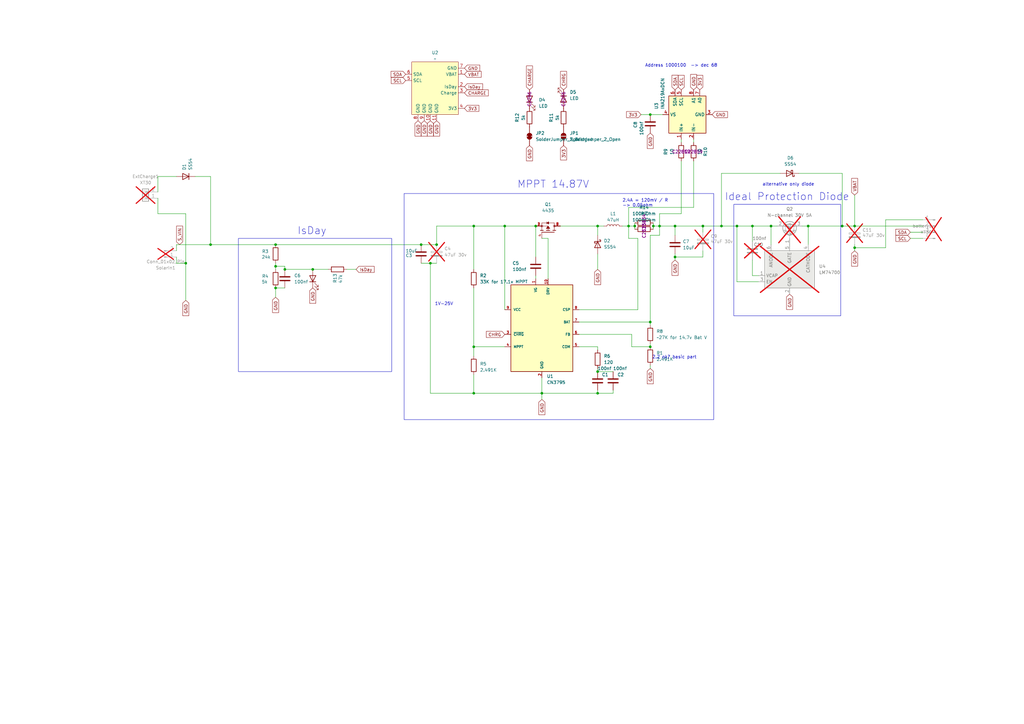
<source format=kicad_sch>
(kicad_sch (version 20250114) (generator "eeschema") (generator_version "9.0")
  (paper "A3")
  (lib_symbols
    (symbol "AO4435:AO4435" (pin_names (offset 1.016))
      (property "Reference" "Q" (at -11.43 8.89 0))
      (property "Value" "AO4435" (at -11.43 6.35 0))
      (symbol "AO4435_0_0"
        (polyline (pts (xy -2.54 2.54) (xy -2.54 -2.54)) (stroke (width 0.254)))
        (polyline (pts (xy -1.778 3.175) (xy -1.778 2.54)) (stroke (width 0.254)))
        (polyline (pts (xy -1.778 2.54) (xy -1.778 1.905)) (stroke (width 0.254)))
        (polyline (pts (xy -1.778 2.54) (xy 1.27 2.54)) (stroke (width 0.1524)))
        (polyline (pts (xy -1.778 0.762) (xy -1.778 0)) (stroke (width 0.254)))
        (polyline (pts (xy -1.778 0) (xy -1.778 -0.762)) (stroke (width 0.254)))
        (polyline (pts (xy -1.778 0) (xy 0 0)) (stroke (width 0.1524)))
        (polyline (pts (xy -1.778 -1.905) (xy -1.778 -2.54)) (stroke (width 0.254)))
        (polyline (pts (xy -1.778 -2.54) (xy -1.778 -3.175)) (stroke (width 0.254)))
        (circle (center 0 2.54) (radius 0.3592))
        (polyline (pts (xy 0 0) (xy 0 -2.54)) (stroke (width 0.1524)))
        (polyline (pts (xy 0 0) (xy -1.016 -0.762) (xy -1.016 0.762) (xy 0 0)) (stroke (width 0.1524)) (fill (type outline)))
        (polyline (pts (xy 0 -2.54) (xy -1.778 -2.54)) (stroke (width 0.1524)))
        (polyline (pts (xy 0 -2.54) (xy 1.27 -2.54)) (stroke (width 0.1524)))
        (circle (center 0 -2.54) (radius 0.3592))
        (polyline (pts (xy 0.762 -0.508) (xy 1.27 -0.508)) (stroke (width 0.1524)))
        (polyline (pts (xy 1.27 2.54) (xy 1.27 -0.508)) (stroke (width 0.1524)))
        (polyline (pts (xy 1.27 -0.508) (xy 1.27 -2.54)) (stroke (width 0.1524)))
        (polyline (pts (xy 1.27 -0.508) (xy 1.778 -0.508)) (stroke (width 0.1524)))
        (polyline (pts (xy 1.27 -0.508) (xy 1.778 0.254) (xy 0.762 0.254) (xy 1.27 -0.508)) (stroke (width 0.1524)) (fill (type outline)))
        (pin passive line (at -5.08 -2.54 0) (length 2.54) (name "~") (number "4"))
        (pin passive line (at 0 5.08 270) (length 2.54) (name "~") (number "5"))
        (pin passive line (at 0 5.08 270) (length 2.54) (name "~") (number "6"))
        (pin passive line (at 0 5.08 270) (length 2.54) (name "~") (number "7"))
        (pin passive line (at 0 5.08 270) (length 2.54) (name "~") (number "8"))
        (pin passive line (at 0 -5.08 90) (length 2.54) (name "~") (number "1"))
        (pin passive line (at 0 -5.08 90) (length 2.54) (name "~") (number "2"))
        (pin passive line (at 0 -5.08 90) (length 2.54) (name "~") (number "3"))
      )
    )
    (symbol "CN3795:CN3795" (pin_names (offset 1.016))
      (property "Reference" "U" (at 5.08 18.542 0))
      (property "Value" "CN3795" (at 5.08 -20.32 0))
      (symbol "CN3795_0_0"
        (rectangle (start -12.7 -17.78) (end 12.7 17.78) (stroke (width 0.254)) (fill (type background)))
        (pin bidirectional line (at -15.24 7.62 0) (length 2.54) (name "VCC") (number "9"))
        (pin bidirectional line (at -15.24 -2.54 0) (length 2.54) (name "~{CHRG}") (number "3"))
        (pin bidirectional line (at -15.24 -7.62 0) (length 2.54) (name "MPPT") (number "4"))
        (pin bidirectional line (at -2.54 20.32 270) (length 2.54) (name "VG") (number "1"))
        (pin bidirectional line (at 0 -20.32 90) (length 2.54) (name "GND") (number "2"))
        (pin bidirectional line (at 2.54 20.32 270) (length 2.54) (name "DRV") (number "10"))
        (pin bidirectional line (at 15.24 7.62 180) (length 2.54) (name "CSP") (number "8"))
        (pin bidirectional line (at 15.24 2.54 180) (length 2.54) (name "BAT") (number "7"))
        (pin bidirectional line (at 15.24 -2.54 180) (length 2.54) (name "FB") (number "6"))
        (pin bidirectional line (at 15.24 -7.62 180) (length 2.54) (name "COM") (number "5"))
      )
    )
    (symbol "Connector:Conn_01x02_Pin" (pin_names (offset 1.016) (hide yes))
      (property "Reference" "J" (at 0 2.54 0))
      (property "Value" "Conn_01x02_Pin" (at 0 -5.08 0))
      (symbol "Conn_01x02_Pin_1_1"
        (rectangle (start 0.8636 0.127) (end 0 -0.127) (stroke (width 0.1524)) (fill (type outline)))
        (rectangle (start 0.8636 -2.413) (end 0 -2.667) (stroke (width 0.1524)) (fill (type outline)))
        (polyline (pts (xy 1.27 0) (xy 0.8636 0)) (stroke (width 0.1524)))
        (polyline (pts (xy 1.27 -2.54) (xy 0.8636 -2.54)) (stroke (width 0.1524)))
        (pin passive line (at 5.08 0 180) (length 3.81) (name "Pin_1") (number "1"))
        (pin passive line (at 5.08 -2.54 180) (length 3.81) (name "Pin_2") (number "2"))
      )
    )
    (symbol "Connector:Conn_01x04_Pin" (pin_names (offset 1.016) (hide yes))
      (property "Reference" "J" (at 0 5.08 0))
      (property "Value" "Conn_01x04_Pin" (at 0 -7.62 0))
      (symbol "Conn_01x04_Pin_1_1"
        (rectangle (start 0.8636 2.667) (end 0 2.413) (stroke (width 0.1524)) (fill (type outline)))
        (rectangle (start 0.8636 0.127) (end 0 -0.127) (stroke (width 0.1524)) (fill (type outline)))
        (rectangle (start 0.8636 -2.413) (end 0 -2.667) (stroke (width 0.1524)) (fill (type outline)))
        (rectangle (start 0.8636 -4.953) (end 0 -5.207) (stroke (width 0.1524)) (fill (type outline)))
        (polyline (pts (xy 1.27 2.54) (xy 0.8636 2.54)) (stroke (width 0.1524)))
        (polyline (pts (xy 1.27 0) (xy 0.8636 0)) (stroke (width 0.1524)))
        (polyline (pts (xy 1.27 -2.54) (xy 0.8636 -2.54)) (stroke (width 0.1524)))
        (polyline (pts (xy 1.27 -5.08) (xy 0.8636 -5.08)) (stroke (width 0.1524)))
        (pin passive line (at 5.08 2.54 180) (length 3.81) (name "Pin_1") (number "1"))
        (pin passive line (at 5.08 0 180) (length 3.81) (name "Pin_2") (number "2"))
        (pin passive line (at 5.08 -2.54 180) (length 3.81) (name "Pin_3") (number "3"))
        (pin passive line (at 5.08 -5.08 180) (length 3.81) (name "Pin_4") (number "4"))
      )
    )
    (symbol "Connector_Generic:Conn_01x02" (pin_names (offset 1.016) (hide yes))
      (property "Reference" "J" (at 0 2.54 0))
      (property "Value" "Conn_01x02" (at 0 -5.08 0))
      (symbol "Conn_01x02_1_1"
        (rectangle (start -1.27 1.27) (end 1.27 -3.81) (stroke (width 0.254)) (fill (type background)))
        (rectangle (start -1.27 0.127) (end 0 -0.127) (stroke (width 0.1524)))
        (rectangle (start -1.27 -2.413) (end 0 -2.667) (stroke (width 0.1524)))
        (pin passive line (at -5.08 0 0) (length 3.81) (name "Pin_1") (number "1"))
        (pin passive line (at -5.08 -2.54 0) (length 3.81) (name "Pin_2") (number "2"))
      )
    )
    (symbol "Device:C" (pin_numbers (hide yes)) (pin_names (offset 0.254))
      (property "Reference" "C" (at 0.635 2.54 0))
      (property "Value" "C" (at 0.635 -2.54 0))
      (symbol "C_0_1"
        (polyline (pts (xy -2.032 0.762) (xy 2.032 0.762)) (stroke (width 0.508)))
        (polyline (pts (xy -2.032 -0.762) (xy 2.032 -0.762)) (stroke (width 0.508)))
      )
      (symbol "C_1_1"
        (pin passive line (at 0 3.81 270) (length 2.794) (name "~") (number "1"))
        (pin passive line (at 0 -3.81 90) (length 2.794) (name "~") (number "2"))
      )
    )
    (symbol "Device:C_Polarized" (pin_numbers (hide yes)) (pin_names (offset 0.254))
      (property "Reference" "C" (at 0.635 2.54 0))
      (property "Value" "C_Polarized" (at 0.635 -2.54 0))
      (symbol "C_Polarized_0_1"
        (rectangle (start -2.286 0.508) (end 2.286 1.016))
        (polyline (pts (xy -1.778 2.286) (xy -0.762 2.286)))
        (polyline (pts (xy -1.27 2.794) (xy -1.27 1.778)))
        (rectangle (start 2.286 -0.508) (end -2.286 -1.016) (fill (type outline)))
      )
      (symbol "C_Polarized_1_1"
        (pin passive line (at 0 3.81 270) (length 2.794) (name "~") (number "1"))
        (pin passive line (at 0 -3.81 90) (length 2.794) (name "~") (number "2"))
      )
    )
    (symbol "Device:D" (pin_numbers (hide yes)) (pin_names (offset 1.016) (hide yes))
      (property "Reference" "D" (at 0 2.54 0))
      (property "Value" "D" (at 0 -2.54 0))
      (symbol "D_0_1"
        (polyline (pts (xy -1.27 1.27) (xy -1.27 -1.27)) (stroke (width 0.254)))
        (polyline (pts (xy 1.27 1.27) (xy 1.27 -1.27) (xy -1.27 0) (xy 1.27 1.27)) (stroke (width 0.254)))
        (polyline (pts (xy 1.27 0) (xy -1.27 0)))
      )
      (symbol "D_1_1"
        (pin passive line (at -3.81 0 0) (length 2.54) (name "K") (number "1"))
        (pin passive line (at 3.81 0 180) (length 2.54) (name "A") (number "2"))
      )
    )
    (symbol "Device:D_Schottky" (pin_numbers (hide yes)) (pin_names (offset 1.016) (hide yes))
      (property "Reference" "D" (at 0 2.54 0))
      (property "Value" "D_Schottky" (at 0 -2.54 0))
      (symbol "D_Schottky_0_1"
        (polyline (pts (xy -1.905 0.635) (xy -1.905 1.27) (xy -1.27 1.27) (xy -1.27 -1.27) (xy -0.635 -1.27) (xy -0.635 -0.635)) (stroke (width 0.254)))
        (polyline (pts (xy 1.27 1.27) (xy 1.27 -1.27) (xy -1.27 0) (xy 1.27 1.27)) (stroke (width 0.254)))
        (polyline (pts (xy 1.27 0) (xy -1.27 0)))
      )
      (symbol "D_Schottky_1_1"
        (pin passive line (at -3.81 0 0) (length 2.54) (name "K") (number "1"))
        (pin passive line (at 3.81 0 180) (length 2.54) (name "A") (number "2"))
      )
    )
    (symbol "Device:L" (pin_numbers (hide yes)) (pin_names (offset 1.016) (hide yes))
      (property "Reference" "L" (at -1.27 0 90))
      (property "Value" "L" (at 1.905 0 90))
      (symbol "L_0_1"
        (arc (start 0 2.54) (mid 0.6323 1.905) (end 0 1.27))
        (arc (start 0 1.27) (mid 0.6323 0.635) (end 0 0))
        (arc (start 0 0) (mid 0.6323 -0.635) (end 0 -1.27))
        (arc (start 0 -1.27) (mid 0.6323 -1.905) (end 0 -2.54))
      )
      (symbol "L_1_1"
        (pin passive line (at 0 3.81 270) (length 1.27) (name "1") (number "1"))
        (pin passive line (at 0 -3.81 90) (length 1.27) (name "2") (number "2"))
      )
    )
    (symbol "Device:LED" (pin_numbers (hide yes)) (pin_names (offset 1.016) (hide yes))
      (property "Reference" "D" (at 0 2.54 0))
      (property "Value" "LED" (at 0 -2.54 0))
      (symbol "LED_0_1"
        (polyline (pts (xy -3.048 -0.762) (xy -4.572 -2.286) (xy -3.81 -2.286) (xy -4.572 -2.286) (xy -4.572 -1.524)))
        (polyline (pts (xy -1.778 -0.762) (xy -3.302 -2.286) (xy -2.54 -2.286) (xy -3.302 -2.286) (xy -3.302 -1.524)))
        (polyline (pts (xy -1.27 0) (xy 1.27 0)))
        (polyline (pts (xy -1.27 -1.27) (xy -1.27 1.27)) (stroke (width 0.254)))
        (polyline (pts (xy 1.27 -1.27) (xy 1.27 1.27) (xy -1.27 0) (xy 1.27 -1.27)) (stroke (width 0.254)))
      )
      (symbol "LED_1_1"
        (pin passive line (at -3.81 0 0) (length 2.54) (name "K") (number "1"))
        (pin passive line (at 3.81 0 180) (length 2.54) (name "A") (number "2"))
      )
    )
    (symbol "Device:R" (pin_numbers (hide yes)) (pin_names (offset 0))
      (property "Reference" "R" (at 2.032 0 90))
      (property "Value" "R" (at 0 0 90))
      (symbol "R_0_1"
        (rectangle (start -1.016 -2.54) (end 1.016 2.54) (stroke (width 0.254)))
      )
      (symbol "R_1_1"
        (pin passive line (at 0 3.81 270) (length 1.27) (name "~") (number "1"))
        (pin passive line (at 0 -3.81 90) (length 1.27) (name "~") (number "2"))
      )
    )
    (symbol "Jumper:SolderJumper_2_Bridged" (pin_numbers (hide yes)) (pin_names (offset 0) (hide yes)) (exclude_from_sim yes) (in_bom no)
      (property "Reference" "JP" (at 0 2.032 0))
      (property "Value" "SolderJumper_2_Bridged" (at 0 -2.54 0))
      (symbol "SolderJumper_2_Bridged_0_1"
        (rectangle (start -0.508 0.508) (end 0.508 -0.508) (fill (type outline)))
        (polyline (pts (xy -0.254 1.016) (xy -0.254 -1.016)))
        (arc (start -0.254 -1.016) (mid -1.2656 0) (end -0.254 1.016))
        (arc (start -0.254 -1.016) (mid -1.2656 0) (end -0.254 1.016) (fill (type outline)))
        (arc (start 0.254 1.016) (mid 1.2656 0) (end 0.254 -1.016))
        (arc (start 0.254 1.016) (mid 1.2656 0) (end 0.254 -1.016) (fill (type outline)))
        (polyline (pts (xy 0.254 1.016) (xy 0.254 -1.016)))
      )
      (symbol "SolderJumper_2_Bridged_1_1"
        (pin passive line (at -3.81 0 0) (length 2.54) (name "A") (number "1"))
        (pin passive line (at 3.81 0 180) (length 2.54) (name "B") (number "2"))
      )
    )
    (symbol "Jumper:SolderJumper_2_Open" (pin_numbers (hide yes)) (pin_names (offset 0) (hide yes)) (exclude_from_sim yes) (in_bom no)
      (property "Reference" "JP" (at 0 2.032 0))
      (property "Value" "SolderJumper_2_Open" (at 0 -2.54 0))
      (symbol "SolderJumper_2_Open_0_1"
        (polyline (pts (xy -0.254 1.016) (xy -0.254 -1.016)))
        (arc (start -0.254 -1.016) (mid -1.2656 0) (end -0.254 1.016))
        (arc (start -0.254 -1.016) (mid -1.2656 0) (end -0.254 1.016) (fill (type outline)))
        (arc (start 0.254 1.016) (mid 1.2656 0) (end 0.254 -1.016))
        (arc (start 0.254 1.016) (mid 1.2656 0) (end 0.254 -1.016) (fill (type outline)))
        (polyline (pts (xy 0.254 1.016) (xy 0.254 -1.016)))
      )
      (symbol "SolderJumper_2_Open_1_1"
        (pin passive line (at -3.81 0 0) (length 2.54) (name "A") (number "1"))
        (pin passive line (at 3.81 0 180) (length 2.54) (name "B") (number "2"))
      )
    )
    (symbol "LED_1" (pin_numbers (hide yes)) (pin_names (offset 1.016) (hide yes))
      (property "Reference" "D" (at 0 2.54 0))
      (property "Value" "LED" (at 0 -2.54 0))
      (symbol "LED_1_0_1"
        (polyline (pts (xy -3.048 -0.762) (xy -4.572 -2.286) (xy -3.81 -2.286) (xy -4.572 -2.286) (xy -4.572 -1.524)))
        (polyline (pts (xy -1.778 -0.762) (xy -3.302 -2.286) (xy -2.54 -2.286) (xy -3.302 -2.286) (xy -3.302 -1.524)))
        (polyline (pts (xy -1.27 0) (xy 1.27 0)))
        (polyline (pts (xy -1.27 -1.27) (xy -1.27 1.27)) (stroke (width 0.254)))
        (polyline (pts (xy 1.27 -1.27) (xy 1.27 1.27) (xy -1.27 0) (xy 1.27 -1.27)) (stroke (width 0.254)))
      )
      (symbol "LED_1_1_1"
        (pin passive line (at -3.81 0 0) (length 2.54) (name "K") (number "1"))
        (pin passive line (at 3.81 0 180) (length 2.54) (name "A") (number "2"))
      )
    )
    (symbol "MPPT:MPPT"
      (property "Reference" "U" (at 0 0 0))
      (symbol "MPPT_1_1"
        (rectangle (start -10.16 -1.27) (end 8.89 -22.86) (fill (type background)))
        (pin input line (at -12.7 -6.35 0) (length 2.54) (name "SDA") (number "6"))
        (pin input line (at -12.7 -8.89 0) (length 2.54) (name "SCL") (number "5"))
        (pin power_out line (at -7.62 -25.4 90) (length 2.54) (name "GND") (number "8"))
        (pin power_out line (at -5.08 -25.4 90) (length 2.54) (name "GND") (number "9"))
        (pin power_out line (at -2.54 -25.4 90) (length 2.54) (name "GND") (number "10"))
        (pin power_out line (at 0 -25.4 90) (length 2.54) (name "GND") (number "11"))
        (pin power_out line (at 11.43 -3.81 180) (length 2.54) (name "GND") (number "7"))
        (pin power_out line (at 11.43 -6.35 180) (length 2.54) (name "VBAT") (number "1"))
        (pin output line (at 11.43 -11.43 180) (length 2.54) (name "IsDay") (number "2"))
        (pin input line (at 11.43 -13.97 180) (length 2.54) (name "Charge") (number "3"))
        (pin input line (at 11.43 -20.32 180) (length 2.54) (name "3V3") (number "4"))
      )
    )
    (symbol "Power_Management:LM74700"
      (property "Reference" "U" (at -9.525 -8.89 0))
      (property "Value" "LM74700" (at 7.62 -8.89 0))
      (symbol "LM74700_0_1"
        (rectangle (start -10.16 7.62) (end 10.16 -7.62) (stroke (width 0.254)) (fill (type background)))
      )
      (symbol "LM74700_1_1"
        (pin passive line (at -12.7 -2.54 0) (length 2.54) (name "VCAP") (number "1"))
        (pin input line (at -12.7 -5.08 0) (length 2.54) (name "EN") (number "3"))
        (pin power_in line (at -7.62 10.16 270) (length 2.54) (name "ANODE") (number "6"))
        (pin output line (at 0 10.16 270) (length 2.54) (name "GATE") (number "5"))
        (pin power_in line (at 0 -10.16 90) (length 2.54) (name "GND") (number "2"))
        (pin input line (at 7.62 10.16 270) (length 2.54) (name "CATHODE") (number "4"))
      )
    )
    (symbol "SL2300:SL2300" (pin_names (offset 1.016))
      (property "Reference" "Q" (at 0 0 0))
      (property "Value" "SL2300" (at 7.62 0 0))
      (symbol "SL2300_1_1"
        (polyline (pts (xy -1.016 1.905) (xy -1.016 -1.905)) (stroke (width 0.254)))
        (polyline (pts (xy -1.016 0) (xy -3.81 0)))
        (polyline (pts (xy -0.508 2.286) (xy -0.508 1.27)) (stroke (width 0.254)))
        (polyline (pts (xy -0.508 0.508) (xy -0.508 -0.508)) (stroke (width 0.254)))
        (polyline (pts (xy -0.508 -1.27) (xy -0.508 -2.286)) (stroke (width 0.254)))
        (polyline (pts (xy -0.508 -1.778) (xy 2.032 -1.778) (xy 2.032 1.778) (xy -0.508 1.778)))
        (polyline (pts (xy -0.254 0) (xy 0.762 0.381) (xy 0.762 -0.381) (xy -0.254 0)) (fill (type outline)))
        (circle (center 0.381 0) (radius 2.794) (stroke (width 0.254)))
        (polyline (pts (xy 1.27 2.54) (xy 1.27 1.778)))
        (circle (center 1.27 1.778) (radius 0.254) (fill (type outline)))
        (circle (center 1.27 -1.778) (radius 0.254) (fill (type outline)))
        (polyline (pts (xy 1.27 -2.54) (xy 1.27 0) (xy -0.508 0)))
        (polyline (pts (xy 1.524 0.508) (xy 1.651 0.381) (xy 2.413 0.381) (xy 2.54 0.254)))
        (polyline (pts (xy 2.032 0.381) (xy 1.651 -0.254) (xy 2.413 -0.254) (xy 2.032 0.381)))
        (pin input line (at -6.35 0 0) (length 2.54) (name "G") (number "1"))
        (pin passive line (at 1.27 5.08 270) (length 2.54) (name "D") (number "3"))
        (pin passive line (at 1.27 -5.08 90) (length 2.54) (name "S") (number "2"))
      )
    )
    (symbol "Sensor_Energy:INA219AxDCN"
      (property "Reference" "U" (at -6.35 8.89 0))
      (property "Value" "INA219AxDCN" (at 6.35 8.89 0))
      (symbol "INA219AxDCN_0_1"
        (rectangle (start -7.62 7.62) (end 7.62 -7.62) (stroke (width 0.254)) (fill (type background)))
      )
      (symbol "INA219AxDCN_1_1"
        (pin input line (at -10.16 2.54 0) (length 2.54) (name "IN+") (number "1"))
        (pin input line (at -10.16 -2.54 0) (length 2.54) (name "IN-") (number "2"))
        (pin power_in line (at 0 10.16 270) (length 2.54) (name "VS") (number "4"))
        (pin power_in line (at 0 -10.16 90) (length 2.54) (name "GND") (number "3"))
        (pin bidirectional line (at 10.16 5.08 180) (length 2.54) (name "SDA") (number "6"))
        (pin input line (at 10.16 2.54 180) (length 2.54) (name "SCL") (number "5"))
        (pin input line (at 10.16 -2.54 180) (length 2.54) (name "A1") (number "8"))
        (pin input line (at 10.16 -5.08 180) (length 2.54) (name "A0") (number "7"))
      )
    )
  )
  (rectangle (start 300.99 83.82) (end 344.805 129.54))
  (rectangle (start 165.735 79.375) (end 292.735 172.085))
  (rectangle (start 97.79 97.79) (end 160.655 152.4))
  (text "alternative only diode" (at 323.342 75.692 0) (effects (font (size 1.27 1.27))))
  (text "IsDay" (at 121.92 96.52 0) (effects (font (size 3 3)) (justify left bottom)))
  (text "Ideal Protection Diode" (at 297.18 82.55 0) (effects (font (size 3 3)) (justify left bottom)))
  (text "1V-25V" (at 182.118 124.714 0) (effects (font (size 1.27 1.27))))
  (text "2.2 ok? basic part" (at 276.606 146.558 0) (effects (font (size 1.27 1.27))))
  (text "Address 1000100  -> dec 68" (at 279.4 26.924 0) (effects (font (size 1.27 1.27))))
  (text "MPPT 14.87V" (at 212.09 77.47 0) (effects (font (size 3 3)) (justify left bottom)))
  (text "2.4A = 120mV / R\n-> 0.05ohm" (at 255.27 85.09 0) (effects (font (size 1.27 1.27)) (justify left bottom)))
  (junction (at 172.72 100.33))
  (junction (at 207.01 92.71))
  (junction (at 76.2 107.95))
  (junction (at 245.11 92.71))
  (junction (at 350.52 101.6))
  (junction (at 316.23 92.71))
  (junction (at 295.91 92.71))
  (junction (at 113.03 118.11))
  (junction (at 345.44 92.71))
  (junction (at 276.86 105.41))
  (junction (at 194.31 92.71))
  (junction (at 176.53 107.95))
  (junction (at 194.31 161.29))
  (junction (at 276.86 92.71))
  (junction (at 219.71 92.71))
  (junction (at 308.61 92.71))
  (junction (at 113.03 100.33))
  (junction (at 288.29 92.71))
  (junction (at 267.97 92.71))
  (junction (at 257.81 92.71))
  (junction (at 302.26 92.71))
  (junction (at 266.7 46.99))
  (junction (at 179.07 100.33))
  (junction (at 350.52 92.71))
  (junction (at 128.27 110.49))
  (junction (at 245.11 152.4))
  (junction (at 222.25 161.29))
  (junction (at 331.47 92.71))
  (junction (at 266.7 132.08))
  (junction (at 266.7 142.24))
  (junction (at 113.03 109.22))
  (junction (at 245.11 161.29))
  (junction (at 194.31 142.24))
  (junction (at 116.84 110.49))
  (junction (at 270.51 92.71))
  (junction (at 86.36 100.33))
  (junction (at 260.35 92.71))
  (wire (pts (xy 311.15 115.57) (xy 302.26 115.57)))
  (wire (pts (xy 194.31 92.71) (xy 207.01 92.71)))
  (wire (pts (xy 64.77 78.74) (xy 64.77 72.39)))
  (wire (pts (xy 261.62 127) (xy 237.49 127)))
  (wire (pts (xy 207.01 127) (xy 207.01 92.71)))
  (wire (pts (xy 64.77 72.39) (xy 72.39 72.39)))
  (wire (pts (xy 245.11 104.14) (xy 245.11 110.49)))
  (wire (pts (xy 363.22 90.17) (xy 378.46 90.17)))
  (wire (pts (xy 64.77 81.28) (xy 64.77 87.63)))
  (wire (pts (xy 257.81 92.71) (xy 257.81 97.79)))
  (wire (pts (xy 245.11 151.13) (xy 245.11 152.4)))
  (wire (pts (xy 266.7 132.08) (xy 266.7 133.35)))
  (wire (pts (xy 262.89 46.99) (xy 266.7 46.99)))
  (wire (pts (xy 176.53 107.95) (xy 176.53 161.29)))
  (wire (pts (xy 113.03 109.22) (xy 113.03 110.49)))
  (wire (pts (xy 276.86 105.41) (xy 288.29 105.41)))
  (wire (pts (xy 257.81 85.09) (xy 284.48 85.09)))
  (wire (pts (xy 345.44 92.71) (xy 350.52 92.71)))
  (wire (pts (xy 311.15 113.03) (xy 308.61 113.03)))
  (wire (pts (xy 86.36 100.33) (xy 113.03 100.33)))
  (wire (pts (xy 295.91 92.71) (xy 302.26 92.71)))
  (wire (pts (xy 113.03 100.33) (xy 172.72 100.33)))
  (wire (pts (xy 176.53 161.29) (xy 194.31 161.29)))
  (wire (pts (xy 76.2 87.63) (xy 76.2 107.95)))
  (wire (pts (xy 373.38 95.25) (xy 378.46 95.25)))
  (wire (pts (xy 224.79 97.79) (xy 222.25 97.79)))
  (wire (pts (xy 245.11 92.71) (xy 247.65 92.71)))
  (wire (pts (xy 266.7 96.52) (xy 266.7 132.08)))
  (wire (pts (xy 327.66 71.12) (xy 345.44 71.12)))
  (wire (pts (xy 328.93 92.71) (xy 331.47 92.71)))
  (wire (pts (xy 237.49 137.16) (xy 259.08 137.16)))
  (wire (pts (xy 72.39 107.95) (xy 76.2 107.95)))
  (wire (pts (xy 194.31 161.29) (xy 222.25 161.29)))
  (wire (pts (xy 350.52 101.6) (xy 363.22 101.6)))
  (wire (pts (xy 267.97 92.71) (xy 270.51 92.71)))
  (wire (pts (xy 116.84 110.49) (xy 128.27 110.49)))
  (wire (pts (xy 255.27 92.71) (xy 257.81 92.71)))
  (wire (pts (xy 316.23 92.71) (xy 318.77 92.71)))
  (wire (pts (xy 284.48 58.42) (xy 284.48 57.15)))
  (wire (pts (xy 259.08 137.16) (xy 259.08 142.24)))
  (wire (pts (xy 194.31 153.67) (xy 194.31 161.29)))
  (wire (pts (xy 276.86 96.52) (xy 276.86 92.71)))
  (wire (pts (xy 288.29 92.71) (xy 288.29 95.25)))
  (wire (pts (xy 72.39 105.41) (xy 72.39 107.95)))
  (wire (pts (xy 267.97 93.98) (xy 267.97 92.71)))
  (wire (pts (xy 64.77 87.63) (xy 76.2 87.63)))
  (wire (pts (xy 245.11 152.4) (xy 251.46 152.4)))
  (wire (pts (xy 245.11 142.24) (xy 245.11 143.51)))
  (wire (pts (xy 260.35 92.71) (xy 260.35 93.98)))
  (wire (pts (xy 276.86 92.71) (xy 288.29 92.71)))
  (wire (pts (xy 224.79 97.79) (xy 224.79 114.3)))
  (wire (pts (xy 237.49 142.24) (xy 245.11 142.24)))
  (wire (pts (xy 172.72 100.33) (xy 179.07 100.33)))
  (wire (pts (xy 194.31 142.24) (xy 194.31 146.05)))
  (wire (pts (xy 194.31 142.24) (xy 207.01 142.24)))
  (wire (pts (xy 176.53 107.95) (xy 179.07 107.95)))
  (wire (pts (xy 350.52 101.6) (xy 350.52 100.33)))
  (wire (pts (xy 113.03 107.95) (xy 113.03 109.22)))
  (wire (pts (xy 116.84 109.22) (xy 116.84 110.49)))
  (wire (pts (xy 350.52 80.01) (xy 350.52 92.71)))
  (wire (pts (xy 373.38 97.79) (xy 378.46 97.79)))
  (wire (pts (xy 113.03 118.11) (xy 113.03 121.92)))
  (wire (pts (xy 245.11 92.71) (xy 245.11 96.52)))
  (wire (pts (xy 86.36 72.39) (xy 86.36 100.33)))
  (wire (pts (xy 288.29 102.87) (xy 288.29 105.41)))
  (wire (pts (xy 261.62 97.79) (xy 261.62 127)))
  (wire (pts (xy 279.4 58.42) (xy 279.4 57.15)))
  (wire (pts (xy 308.61 106.68) (xy 308.61 113.03)))
  (wire (pts (xy 308.61 92.71) (xy 308.61 99.06)))
  (wire (pts (xy 295.91 92.71) (xy 295.91 71.12)))
  (wire (pts (xy 350.52 102.87) (xy 350.52 101.6)))
  (wire (pts (xy 207.01 92.71) (xy 219.71 92.71)))
  (wire (pts (xy 266.7 142.24) (xy 259.08 142.24)))
  (wire (pts (xy 222.25 161.29) (xy 222.25 163.83)))
  (wire (pts (xy 76.2 107.95) (xy 76.2 123.19)))
  (wire (pts (xy 194.31 92.71) (xy 194.31 110.49)))
  (wire (pts (xy 266.7 46.99) (xy 271.78 46.99)))
  (wire (pts (xy 113.03 109.22) (xy 116.84 109.22)))
  (wire (pts (xy 363.22 101.6) (xy 363.22 90.17)))
  (wire (pts (xy 179.07 92.71) (xy 179.07 100.33)))
  (wire (pts (xy 72.39 102.87) (xy 72.39 100.33)))
  (wire (pts (xy 331.47 92.71) (xy 331.47 100.33)))
  (wire (pts (xy 80.01 72.39) (xy 86.36 72.39)))
  (wire (pts (xy 266.7 140.97) (xy 266.7 142.24)))
  (wire (pts (xy 260.35 91.44) (xy 260.35 92.71)))
  (wire (pts (xy 266.7 149.86) (xy 266.7 151.13)))
  (wire (pts (xy 142.24 110.49) (xy 146.05 110.49)))
  (wire (pts (xy 284.48 66.04) (xy 284.48 85.09)))
  (wire (pts (xy 72.39 100.33) (xy 86.36 100.33)))
  (wire (pts (xy 245.11 161.29) (xy 222.25 161.29)))
  (wire (pts (xy 316.23 92.71) (xy 316.23 100.33)))
  (wire (pts (xy 245.11 161.29) (xy 251.46 161.29)))
  (wire (pts (xy 267.97 92.71) (xy 267.97 91.44)))
  (wire (pts (xy 219.71 92.71) (xy 219.71 105.41)))
  (wire (pts (xy 302.26 115.57) (xy 302.26 92.71)))
  (wire (pts (xy 257.81 92.71) (xy 260.35 92.71)))
  (wire (pts (xy 270.51 96.52) (xy 270.51 92.71)))
  (wire (pts (xy 350.52 92.71) (xy 378.46 92.71)))
  (wire (pts (xy 288.29 92.71) (xy 295.91 92.71)))
  (wire (pts (xy 251.46 161.29) (xy 251.46 160.02)))
  (wire (pts (xy 302.26 92.71) (xy 308.61 92.71)))
  (wire (pts (xy 245.11 161.29) (xy 245.11 160.02)))
  (wire (pts (xy 270.51 92.71) (xy 276.86 92.71)))
  (wire (pts (xy 279.4 66.04) (xy 279.4 87.63)))
  (wire (pts (xy 295.91 71.12) (xy 320.04 71.12)))
  (wire (pts (xy 222.25 154.94) (xy 222.25 161.29)))
  (wire (pts (xy 270.51 87.63) (xy 270.51 92.71)))
  (wire (pts (xy 270.51 87.63) (xy 279.4 87.63)))
  (wire (pts (xy 266.7 96.52) (xy 270.51 96.52)))
  (wire (pts (xy 237.49 132.08) (xy 266.7 132.08)))
  (wire (pts (xy 276.86 105.41) (xy 276.86 106.68)))
  (wire (pts (xy 345.44 71.12) (xy 345.44 92.71)))
  (wire (pts (xy 257.81 85.09) (xy 257.81 92.71)))
  (wire (pts (xy 179.07 92.71) (xy 194.31 92.71)))
  (wire (pts (xy 276.86 104.14) (xy 276.86 105.41)))
  (wire (pts (xy 308.61 92.71) (xy 316.23 92.71)))
  (wire (pts (xy 229.87 92.71) (xy 245.11 92.71)))
  (wire (pts (xy 172.72 107.95) (xy 176.53 107.95)))
  (wire (pts (xy 331.47 92.71) (xy 345.44 92.71)))
  (wire (pts (xy 113.03 118.11) (xy 116.84 118.11)))
  (wire (pts (xy 219.71 113.03) (xy 219.71 114.3)))
  (wire (pts (xy 257.81 97.79) (xy 261.62 97.79)))
  (wire (pts (xy 194.31 118.11) (xy 194.31 142.24)))
  (wire (pts (xy 128.27 110.49) (xy 134.62 110.49)))
  (global_label "S_VIN" (shape input) (at 73.66 100.33 90) (property "Intersheetrefs" "${INTERSHEET_REFS}" (effects (hide yes))))
  (global_label "GND" (shape input) (at 113.03 121.92 270) (property "Intersheetrefs" "${INTERSHEET_REFS}" (effects (hide yes))))
  (global_label "CHRG" (shape input) (at 231.14 36.83 90) (property "Intersheetrefs" "${INTERSHEET_REFS}" (effects (hide yes))))
  (global_label "GND" (shape input) (at 266.7 151.13 270) (property "Intersheetrefs" "${INTERSHEET_REFS}" (effects (hide yes))))
  (global_label "GND" (shape input) (at 276.86 106.68 270) (property "Intersheetrefs" "${INTERSHEET_REFS}" (effects (hide yes))))
  (global_label "SCL" (shape input) (at 279.4 36.83 90) (property "Intersheetrefs" "${INTERSHEET_REFS}" (effects (hide yes))))
  (global_label "3V3" (shape input) (at 287.02 36.83 90) (property "Intersheetrefs" "${INTERSHEET_REFS}" (effects (hide yes))))
  (global_label "VBAT" (shape input) (at 190.5 30.48 0) (property "Intersheetrefs" "${INTERSHEET_REFS}" (effects (hide yes))))
  (global_label "GND" (shape input) (at 350.52 102.87 270) (property "Intersheetrefs" "${INTERSHEET_REFS}" (effects (hide yes))))
  (global_label "CHRG" (shape input) (at 207.01 137.16 180) (property "Intersheetrefs" "${INTERSHEET_REFS}" (effects (hide yes))))
  (global_label "GND" (shape input) (at 323.85 120.65 270) (property "Intersheetrefs" "${INTERSHEET_REFS}" (effects (hide yes))))
  (global_label "GND" (shape input) (at 284.48 36.83 90) (property "Intersheetrefs" "${INTERSHEET_REFS}" (effects (hide yes))))
  (global_label "SDA" (shape input) (at 166.37 30.48 180) (property "Intersheetrefs" "${INTERSHEET_REFS}" (effects (hide yes))))
  (global_label "GND" (shape input) (at 222.25 163.83 270) (property "Intersheetrefs" "${INTERSHEET_REFS}" (effects (hide yes))))
  (global_label "CHARGE" (shape input) (at 190.5 38.1 0) (property "Intersheetrefs" "${INTERSHEET_REFS}" (effects (hide yes))))
  (global_label "SDA" (shape input) (at 373.38 95.25 180) (property "Intersheetrefs" "${INTERSHEET_REFS}" (effects (hide yes))))
  (global_label "3V3" (shape input) (at 190.5 44.45 0) (property "Intersheetrefs" "${INTERSHEET_REFS}" (effects (hide yes))))
  (global_label "IsDay" (shape input) (at 190.5 35.56 0) (property "Intersheetrefs" "${INTERSHEET_REFS}" (effects (hide yes))))
  (global_label "GND" (shape input) (at 176.53 49.53 270) (property "Intersheetrefs" "${INTERSHEET_REFS}" (effects (hide yes))))
  (global_label "SCL" (shape input) (at 373.38 97.79 180) (property "Intersheetrefs" "${INTERSHEET_REFS}" (effects (hide yes))))
  (global_label "SCL" (shape input) (at 166.37 33.02 180) (property "Intersheetrefs" "${INTERSHEET_REFS}" (effects (hide yes))))
  (global_label "GND" (shape input) (at 171.45 49.53 270) (property "Intersheetrefs" "${INTERSHEET_REFS}" (effects (hide yes))))
  (global_label "GND" (shape input) (at 173.99 49.53 270) (property "Intersheetrefs" "${INTERSHEET_REFS}" (effects (hide yes))))
  (global_label "VBAT" (shape input) (at 350.52 80.01 90) (property "Intersheetrefs" "${INTERSHEET_REFS}" (effects (hide yes))))
  (global_label "GND" (shape input) (at 266.7 54.61 270) (property "Intersheetrefs" "${INTERSHEET_REFS}" (effects (hide yes))))
  (global_label "GND" (shape input) (at 179.07 49.53 270) (property "Intersheetrefs" "${INTERSHEET_REFS}" (effects (hide yes))))
  (global_label "GND" (shape input) (at 76.2 123.19 270) (property "Intersheetrefs" "${INTERSHEET_REFS}" (effects (hide yes))))
  (global_label "GND" (shape input) (at 128.27 118.11 270) (property "Intersheetrefs" "${INTERSHEET_REFS}" (effects (hide yes))))
  (global_label "SDA" (shape input) (at 276.86 36.83 90) (property "Intersheetrefs" "${INTERSHEET_REFS}" (effects (hide yes))))
  (global_label "GND" (shape input) (at 217.17 59.69 270) (property "Intersheetrefs" "${INTERSHEET_REFS}" (effects (hide yes))))
  (global_label "CHARGE" (shape input) (at 217.17 36.83 90) (property "Intersheetrefs" "${INTERSHEET_REFS}" (effects (hide yes))))
  (global_label "3V3" (shape input) (at 262.89 46.99 180) (property "Intersheetrefs" "${INTERSHEET_REFS}" (effects (hide yes))))
  (global_label "3V3" (shape input) (at 231.14 59.69 270) (property "Intersheetrefs" "${INTERSHEET_REFS}" (effects (hide yes))))
  (global_label "GND" (shape input) (at 190.5 27.94 0) (property "Intersheetrefs" "${INTERSHEET_REFS}" (effects (hide yes))))
  (global_label "GND" (shape input) (at 292.1 46.99 0) (property "Intersheetrefs" "${INTERSHEET_REFS}" (effects (hide yes))))
  (global_label "GND" (shape input) (at 245.11 110.49 270) (property "Intersheetrefs" "${INTERSHEET_REFS}" (effects (hide yes))))
  (global_label "IsDay" (shape input) (at 146.05 110.49 0) (property "Intersheetrefs" "${INTERSHEET_REFS}" (effects (hide yes))))
  (symbol (lib_id "Device:C") (at 116.84 114.3 0) (unit 1)
    (property "Reference" "C6" (at 120.65 113.03 0) (effects (justify left)))
    (property "Value" "100nf" (at 120.65 115.57 0) (effects (justify left)))
    (property "Footprint" "PCM_Capacitor_SMD_Handsoldering_AKL:C_0603_1608Metric_Pad1.08x0.95mm" (effects (hide yes)))
    (property "LCSC_PART_NUMBER" "C14663" (effects (hide yes)))
  )
  (symbol (lib_name "LED_1") (lib_id "Device:LED") (at 128.27 114.3 90) (unit 1)
    (property "Reference" "D3" (effects (hide yes)))
    (property "Value" "GREEN" (effects (hide yes)))
    (property "Footprint" "LED_SMD:LED_0805_2012Metric" (effects (hide yes)))
    (property "Description" "Light emitting diode" (effects (hide yes)))
    (property "LCSC_PART_NUMBER" "C2297" (effects (hide yes)))
    (property "Sim.Pins" "1=K 2=A" (effects (hide yes)))
  )
  (symbol (lib_id "Device:C") (at 308.61 102.87 0) (unit 1) (dnp yes)
    (property "Reference" "C10" (at 313.055 100.33 0) (effects (justify right)))
    (property "Value" "100nf" (at 314.325 97.79 0) (effects (justify right)))
    (property "Footprint" "PCM_Capacitor_SMD_Handsoldering_AKL:C_0603_1608Metric_Pad1.08x0.95mm" (effects (hide yes)))
    (property "LCSC_PART_NUMBER" "C14663" (effects (hide yes)))
  )
  (symbol (lib_id "Device:R") (at 245.11 147.32 0) (unit 1)
    (property "Reference" "R6" (at 247.65 146.05 0) (effects (justify left)))
    (property "Value" "120" (at 247.65 148.59 0) (effects (justify left)))
    (property "Footprint" "Resistor_SMD:R_0603_1608Metric" (effects (hide yes)))
    (property "LCSC_PART_NUMBER" "C22787" (effects (hide yes)))
  )
  (symbol (lib_id "Device:C") (at 219.71 109.22 0) (unit 1)
    (property "Reference" "C5" (at 210.185 107.95 0) (effects (justify left)))
    (property "Value" "100nf" (at 210.185 110.49 0) (effects (justify left)))
    (property "Footprint" "PCM_Capacitor_SMD_Handsoldering_AKL:C_0603_1608Metric_Pad1.08x0.95mm" (effects (hide yes)))
    (property "LCSC_PART_NUMBER" "C14663" (effects (hide yes)))
  )
  (symbol (lib_id "Device:R") (at 264.16 91.44 90) (unit 1)
    (property "Reference" "R14" (at 264.16 85.09 90))
    (property "Value" "100mOhm" (at 264.16 87.63 90))
    (property "Footprint" "Resistor_SMD:R_1206_3216Metric" (effects (hide yes)))
    (property "Description" "Resistor" (effects (hide yes)))
    (property "LCSC_PART_NUMBER" "C25334" (at 264.16 91.44 0))
  )
  (symbol (lib_id "CN3795:CN3795") (at 222.25 134.62 0) (unit 1)
    (property "Reference" "U1" (at 224.2694 154.305 0) (effects (justify left)))
    (property "Value" "CN3795" (at 224.2694 156.845 0) (effects (justify left)))
    (property "Footprint" "PCM_Package_SO_AKL:SSOP-10_3.9x4.9mm_P1.00mm" (effects (hide yes)))
    (property "Description" "4A, Multi-Chemistry Battery Charger\nWith Photovoltaic Cell MPPT Function" (effects (hide yes)))
    (property "MF" "Consonance" (effects (hide yes)))
    (property "Package" "Package" (effects (hide yes)))
    (property "Price" "None" (effects (hide yes)))
    (property "SnapEDA_Link" "https://www.snapeda.com/parts/CN3795/Consonance/view-part/?ref=snap" (effects (hide yes)))
    (property "MP" "CN3795" (effects (hide yes)))
    (property "Availability" "Not in stock" (effects (hide yes)))
    (property "Check_prices" "https://www.snapeda.com/parts/CN3795/Consonance/view-part/?ref=eda" (effects (hide yes)))
    (property "Description_1" "4A, Multi-Chemistry Battery Charger\nWith Photovoltaic Cell MPPT Function" (effects (hide yes)))
    (property "LCSC_PART_NUMBER" "C150555" (effects (hide yes)))
  )
  (symbol (lib_id "Connector:Conn_01x04_Pin") (at 383.54 92.71 0) (mirror y) (unit 1) (dnp yes)
    (property "Reference" "battery1" (at 382.27 92.71 0) (effects (justify left)))
    (property "Value" "XT30" (at 382.27 95.25 0) (effects (justify left)))
    (property "Footprint" "amass:AMASS_XT30UPB+DATA-M_1x02_P5.0mm_Vertical" (effects (hide yes)))
    (property "Description" "Generic connector, single row, 01x04, script generated" (effects (hide yes)))
    (property "LCSC_PART_NUMBER" "C108769" (effects (hide yes)))
  )
  (symbol (lib_id "Device:R") (at 217.17 48.26 180) (unit 1)
    (property "Reference" "R12" (at 212.09 48.26 90))
    (property "Value" "5k" (at 214.63 48.26 90))
    (property "Footprint" "Resistor_SMD:R_0603_1608Metric" (effects (hide yes)))
    (property "LCSC_PART_NUMBER" "C212284" (effects (hide yes)))
  )
  (symbol (lib_id "Connector:Conn_01x02_Pin") (at 67.31 105.41 0) (mirror x) (unit 1) (dnp yes)
    (property "Reference" "SolarIn1" (at 67.945 109.855 0))
    (property "Value" "Conn_01x02_Pin" (at 67.945 107.315 0))
    (property "Footprint" "Connector_AMASS:AMASS_XT30UPB-M_1x02_P5.0mm_Vertical" (effects (hide yes)))
  )
  (symbol (lib_id "Device:R") (at 266.7 146.05 0) (unit 1)
    (property "Reference" "R1" (at 269.24 144.78 0) (effects (justify left)))
    (property "Value" "2.491K" (at 269.24 147.32 0) (effects (justify left)))
    (property "Footprint" "Resistor_SMD:R_0603_1608Metric" (effects (hide yes)))
    (property "LCSC_PART_NUMBER" "C2930072" (effects (hide yes)))
  )
  (symbol (lib_id "Device:C") (at 251.46 156.21 0) (unit 1)
    (property "Reference" "C2" (at 255.905 153.67 0) (effects (justify right)))
    (property "Value" "100nf" (at 257.175 151.13 0) (effects (justify right)))
    (property "Footprint" "PCM_Capacitor_SMD_Handsoldering_AKL:C_0603_1608Metric_Pad1.08x0.95mm" (effects (hide yes)))
    (property "LCSC_PART_NUMBER" "C14663" (effects (hide yes)))
  )
  (symbol (lib_id "SL2300:SL2300") (at 323.85 93.98 270) (mirror x) (unit 1) (dnp yes)
    (property "Reference" "Q2" (at 323.85 85.725 90))
    (property "Value" "N-channel 30V 5A" (at 323.85 88.265 90))
    (property "Footprint" "PCM_Package_TO_SOT_SMD_AKL:SOT-23" (effects (hide yes)))
    (property "LCSC_PART_NUMBER" "C5364313" (effects (hide yes)))
  )
  (symbol (lib_id "Sensor_Energy:INA219AxDCN") (at 281.94 46.99 90) (unit 1)
    (property "Reference" "U3" (at 269.24 44.8467 0) (effects (justify left)))
    (property "Value" "INA219AxDCN" (at 271.78 44.8467 0) (effects (justify left)))
    (property "Footprint" "Package_TO_SOT_SMD:SOT-23-8" (effects (hide yes)))
    (property "Datasheet" "http://www.ti.com/lit/ds/symlink/ina219.pdf" (effects (hide yes)))
    (property "Description" "Zero-Drift, Bidirectional Current/Power Monitor (0-26V) With I2C Interface, SOT-23-8" (effects (hide yes)))
  )
  (symbol (lib_id "Connector_Generic:Conn_01x02") (at 59.69 81.28 180) (unit 1) (dnp yes)
    (property "Reference" "ExtCharge1" (at 59.69 72.39 0))
    (property "Value" "XT30" (at 59.69 74.93 0))
    (property "Footprint" "Connector_AMASS:AMASS_XT30UPB-F_1x02_P5.0mm_Vertical" (effects (hide yes)))
    (property "LCSC_PART_NUMBER" "C108769" (effects (hide yes)))
  )
  (symbol (lib_id "AO4435:AO4435") (at 224.79 92.71 270) (mirror x) (unit 1)
    (property "Reference" "Q1" (at 224.79 83.82 90))
    (property "Value" "4435" (at 224.79 86.36 90))
    (property "Footprint" "4435:SOIC127P600X175-8N" (effects (hide yes)))
    (property "Description" "Depletion-mode P-channel MOSFET" (effects (hide yes)))
    (property "Sim.Device" "PMOS" (effects (hide yes)))
    (property "Sim.Type" "VDMOS" (effects (hide yes)))
    (property "Sim.Pins" "1=D 2=G 3=S" (effects (hide yes)))
    (property "LCSC_PART_NUMBER" "C2833150" (effects (hide yes)))
    (property "MF" "Alpha &" (effects (hide yes)))
    (property "Description_1" "P-Channel 30 V 10.5A (Ta) 3.1W (Ta) Surface Mount 8-SOIC" (effects (hide yes)))
    (property "Package" "SOIC-8 Alpha &amp; Omega Semiconductor" (effects (hide yes)))
    (property "Price" "None" (effects (hide yes)))
    (property "Check_prices" "https://www.snapeda.com/parts/AO4435/Alpha/view-part/?ref=eda" (effects (hide yes)))
    (property "STANDARD" "IPC 7351B" (effects (hide yes)))
    (property "SnapEDA_Link" "https://www.snapeda.com/parts/AO4435/Alpha/view-part/?ref=snap" (effects (hide yes)))
    (property "MP" "AO4435" (effects (hide yes)))
    (property "Availability" "In Stock" (effects (hide yes)))
    (property "MANUFACTURER" "ALPHA & OMEGA SEMICONDUCTOR" (effects (hide yes)))
  )
  (symbol (lib_id "Device:R") (at 113.03 114.3 0) (unit 1)
    (property "Reference" "R4" (at 107.442 113.284 0) (effects (justify left)))
    (property "Value" "5k" (at 107.315 115.57 0) (effects (justify left)))
    (property "Footprint" "Resistor_SMD:R_0603_1608Metric" (effects (hide yes)))
    (property "LCSC_PART_NUMBER" "C212284" (effects (hide yes)))
    (property "Sim.Device" "R" (effects (hide yes)))
    (property "Sim.Pins" "1=+ 2=-" (effects (hide yes)))
  )
  (symbol (lib_id "Device:R") (at 231.14 48.26 180) (unit 1)
    (property "Reference" "R11" (at 226.06 48.26 90))
    (property "Value" "5k" (at 228.6 48.26 90))
    (property "Footprint" "Resistor_SMD:R_0603_1608Metric" (effects (hide yes)))
    (property "LCSC_PART_NUMBER" "C212284" (effects (hide yes)))
  )
  (symbol (lib_id "Device:R") (at 194.31 149.86 180) (unit 1)
    (property "Reference" "R5" (at 196.85 149.225 0) (effects (justify right)))
    (property "Value" "2.491K" (at 196.85 151.765 0) (effects (justify right)))
    (property "Footprint" "Resistor_SMD:R_0603_1608Metric" (effects (hide yes)))
    (property "LCSC_PART_NUMBER" "C2930072" (effects (hide yes)))
  )
  (symbol (lib_id "Device:C") (at 276.86 100.33 0) (unit 1)
    (property "Reference" "C7" (at 280.035 99.06 0) (effects (justify left)))
    (property "Value" "10uF" (at 280.035 101.6 0) (effects (justify left)))
    (property "Footprint" "PCM_Capacitor_SMD_Handsoldering_AKL:C_1206_3216Metric_Pad1.33x1.80mm" (effects (hide yes)))
    (property "LCSC_PART_NUMBER" "C13585" (effects (hide yes)))
  )
  (symbol (lib_id "Device:D_Schottky") (at 245.11 100.33 270) (unit 1)
    (property "Reference" "D2" (at 247.65 98.7425 90) (effects (justify left)))
    (property "Value" "SS54" (at 247.65 101.2825 90) (effects (justify left)))
    (property "Footprint" "PCM_Diode_SMD_Handsoldering_AKL:D_SMAFL" (effects (hide yes)))
    (property "LCSC_PART_NUMBER" "C5359893" (effects (hide yes)))
  )
  (symbol (lib_id "Device:C") (at 172.72 104.14 0) (unit 1)
    (property "Reference" "C3" (at 166.37 104.775 0) (effects (justify left)))
    (property "Value" "10uF" (at 166.37 102.87 0) (effects (justify left)))
    (property "Footprint" "PCM_Capacitor_SMD_Handsoldering_AKL:C_1206_3216Metric_Pad1.33x1.80mm" (effects (hide yes)))
    (property "LCSC_PART_NUMBER" "C13585" (effects (hide yes)))
  )
  (symbol (lib_id "Jumper:SolderJumper_2_Open") (at 231.14 55.88 90) (unit 1) (exclude_from_sim yes) (in_bom no)
    (property "Reference" "JP1" (at 233.68 54.6099 90) (effects (justify right)))
    (property "Value" "SolderJumper_2_Open" (at 233.68 57.1499 90) (effects (justify right)))
    (property "Footprint" "Jumper:SolderJumper-2_P1.3mm_Open_RoundedPad1.0x1.5mm" (effects (hide yes)))
    (property "Description" "Solder Jumper, 2-pole, open" (effects (hide yes)))
  )
  (symbol (lib_id "MPPT:MPPT") (at 179.07 24.13 0) (unit 1)
    (property "Reference" "U2" (at 178.435 21.59 0))
    (property "Value" "~" (at 178.435 24.13 0))
    (property "Footprint" "Modules:MPPT" (effects (hide yes)))
  )
  (symbol (lib_id "Device:C") (at 245.11 156.21 0) (unit 1)
    (property "Reference" "C1" (at 249.555 153.67 0) (effects (justify right)))
    (property "Value" "100nf" (at 250.825 151.13 0) (effects (justify right)))
    (property "Footprint" "PCM_Capacitor_SMD_Handsoldering_AKL:C_0603_1608Metric_Pad1.08x0.95mm" (effects (hide yes)))
    (property "LCSC_PART_NUMBER" "C14663" (effects (hide yes)))
  )
  (symbol (lib_id "Device:C") (at 266.7 50.8 180) (unit 1)
    (property "Reference" "C8" (at 260.604 49.784 90) (effects (justify left)))
    (property "Value" "100nf" (at 263.144 49.784 90) (effects (justify left)))
    (property "Footprint" "PCM_Capacitor_SMD_Handsoldering_AKL:C_0603_1608Metric_Pad1.08x0.95mm" (effects (hide yes)))
    (property "LCSC_PART_NUMBER" "C14663" (effects (hide yes)))
  )
  (symbol (lib_id "Device:LED") (at 217.17 40.64 90) (unit 1)
    (property "Reference" "D4" (at 220.98 40.9574 90) (effects (justify right)))
    (property "Value" "LED" (at 220.98 43.4974 90) (effects (justify right)))
    (property "Footprint" "LED_SMD:LED_0805_2012Metric" (effects (hide yes)))
    (property "Description" "Light emitting diode" (effects (hide yes)))
    (property "Sim.Pins" "1=K 2=A" (effects (hide yes)))
    (property "LCSC_PART_NUMBER" "C2296" (at 217.17 40.64 0))
  )
  (symbol (lib_id "Device:C_Polarized") (at 288.29 99.06 0) (unit 1) (dnp yes)
    (property "Reference" "C9" (at 291.465 96.901 0) (effects (justify left)))
    (property "Value" "47uF 30v" (at 291.465 99.06 0) (effects (justify left)))
    (property "Footprint" "Capacitor_THT:CP_Radial_D5.0mm_P2.00mm" (effects (hide yes)))
  )
  (symbol (lib_id "Device:D_Schottky") (at 323.85 71.12 180) (unit 1)
    (property "Reference" "D6" (at 324.1675 64.77 0))
    (property "Value" "SS54" (at 324.1675 67.31 0))
    (property "Footprint" "PCM_Diode_SMD_Handsoldering_AKL:D_SMAFL" (effects (hide yes)))
    (property "LCSC_PART_NUMBER" "C5359893" (effects (hide yes)))
  )
  (symbol (lib_id "Power_Management:LM74700") (at 323.85 110.49 0) (unit 1) (dnp yes)
    (property "Reference" "U4" (at 335.915 109.22 0) (effects (justify left)))
    (property "Value" "LM74700" (at 335.915 111.76 0) (effects (justify left)))
    (property "Footprint" "Package_TO_SOT_SMD:SOT-23-6" (effects (hide yes)))
    (property "Datasheet" "http://www.ti.com/lit/gpn/LM74700-Q1" (effects (hide yes)))
    (property "LCSC_PART_NUMBER" "C7589230" (effects (hide yes)))
  )
  (symbol (lib_id "Device:R") (at 113.03 104.14 0) (unit 1)
    (property "Reference" "R3" (at 107.442 103.124 0) (effects (justify left)))
    (property "Value" "24k" (at 107.315 105.41 0) (effects (justify left)))
    (property "Footprint" "Resistor_SMD:R_0603_1608Metric" (effects (hide yes)))
    (property "LCSC_PART_NUMBER" "C861451" (effects (hide yes)))
  )
  (symbol (lib_id "Device:R") (at 264.16 93.98 90) (unit 1)
    (property "Reference" "R7" (at 264.16 87.63 90))
    (property "Value" "100mOhm" (at 264.16 90.17 90))
    (property "Footprint" "Resistor_SMD:R_1206_3216Metric" (effects (hide yes)))
    (property "Description" "Resistor" (effects (hide yes)))
    (property "LCSC_PART_NUMBER" "C25334" (at 264.16 93.98 0))
  )
  (symbol (lib_id "Device:R") (at 284.48 62.23 0) (unit 1)
    (property "Reference" "R10" (at 289.306 62.23 90))
    (property "Value" "10" (at 287.02 62.23 90))
    (property "Footprint" "Resistor_SMD:R_0603_1608Metric" (effects (hide yes)))
    (property "Description" "Resistor" (effects (hide yes)))
    (property "LCSC_PART_NUMBER" "C22859" (at 284.48 62.23 0))
  )
  (symbol (lib_id "Device:LED") (at 231.14 40.64 270) (unit 1)
    (property "Reference" "D5" (at 233.68 37.7824 90) (effects (justify left)))
    (property "Value" "LED" (at 233.68 40.3224 90) (effects (justify left)))
    (property "Footprint" "LED_SMD:LED_0805_2012Metric" (effects (hide yes)))
    (property "Description" "Light emitting diode" (effects (hide yes)))
    (property "Sim.Pins" "1=K 2=A" (effects (hide yes)))
    (property "LCSC_PART_NUMBER" "C2296" (at 231.14 40.64 0))
  )
  (symbol (lib_id "Device:C_Polarized") (at 179.07 104.14 0) (unit 1) (dnp yes)
    (property "Reference" "C4" (at 182.245 101.981 0) (effects (justify left)))
    (property "Value" "47uF 30v" (at 182.245 104.521 0) (effects (justify left)))
    (property "Footprint" "Capacitor_THT:CP_Radial_D5.0mm_P2.00mm" (effects (hide yes)))
  )
  (symbol (lib_id "Device:R") (at 266.7 137.16 0) (unit 1)
    (property "Reference" "R8" (at 269.24 135.8899 0) (effects (justify left)))
    (property "Value" "~27K for 14.7v Bat V" (at 269.24 138.4299 0) (effects (justify left)))
    (property "Footprint" "Resistor_SMD:R_0603_1608Metric" (effects (hide yes)))
    (property "Description" "Resistor" (effects (hide yes)))
  )
  (symbol (lib_id "Device:C_Polarized") (at 350.52 96.52 0) (unit 1) (dnp yes)
    (property "Reference" "C11" (at 353.695 94.361 0) (effects (justify left)))
    (property "Value" "47uF 30v" (at 353.695 96.52 0) (effects (justify left)))
    (property "Footprint" "Capacitor_THT:CP_Radial_D5.0mm_P2.00mm" (effects (hide yes)))
  )
  (symbol (lib_id "Jumper:SolderJumper_2_Bridged") (at 217.17 55.88 90) (unit 1) (exclude_from_sim yes) (in_bom no)
    (property "Reference" "JP2" (at 219.71 54.6099 90) (effects (justify right)))
    (property "Value" "SolderJumper_2_Bridged" (at 219.71 57.1499 90) (effects (justify right)))
    (property "Footprint" "Jumper:SolderJumper-2_P1.3mm_Bridged_RoundedPad1.0x1.5mm" (effects (hide yes)))
    (property "Description" "Solder Jumper, 2-pole, closed/bridged" (effects (hide yes)))
  )
  (symbol (lib_id "Device:R") (at 279.4 62.23 180) (unit 1)
    (property "Reference" "R9" (at 273.05 62.23 90))
    (property "Value" "10" (at 275.59 62.23 90))
    (property "Footprint" "Resistor_SMD:R_0603_1608Metric" (effects (hide yes)))
    (property "Description" "Resistor" (effects (hide yes)))
    (property "LCSC_PART_NUMBER" "C22859" (at 279.4 62.23 0))
  )
  (symbol (lib_id "Device:R") (at 138.43 110.49 90) (unit 1)
    (property "Reference" "R13" (at 137.414 116.078 0) (effects (justify left)))
    (property "Value" "47k" (at 139.7 116.205 0) (effects (justify left)))
    (property "Footprint" "Resistor_SMD:R_0603_1608Metric" (effects (hide yes)))
    (property "LCSC_PART_NUMBER" "C25819" (effects (hide yes)))
  )
  (symbol (lib_id "Device:R") (at 194.31 114.3 0) (unit 1)
    (property "Reference" "R2" (at 196.85 113.0299 0) (effects (justify left)))
    (property "Value" "33K for 17.1v MPPT" (at 196.85 115.5699 0) (effects (justify left)))
    (property "Footprint" "Resistor_SMD:R_0603_1608Metric" (effects (hide yes)))
    (property "Description" "Resistor" (effects (hide yes)))
  )
  (symbol (lib_id "Device:D") (at 76.2 72.39 180) (unit 1)
    (property "Reference" "D1" (at 75.565 69.85 90) (effects (justify right)))
    (property "Value" "SS54" (at 78.105 69.85 90) (effects (justify right)))
    (property "Footprint" "PCM_Diode_SMD_Handsoldering_AKL:D_SMAFL" (effects (hide yes)))
    (property "Description" "Diode" (effects (hide yes)))
    (property "Sim.Device" "D" (effects (hide yes)))
    (property "Sim.Pins" "1=K 2=A" (effects (hide yes)))
    (property "LCSC_PART_NUMBER" "C5359893" (effects (hide yes)))
  )
  (symbol (lib_id "Device:L") (at 251.46 92.71 90) (unit 1)
    (property "Reference" "L1" (at 251.46 87.63 90))
    (property "Value" "47uH" (at 251.46 90.17 90))
    (property "Footprint" "Inductor_SMD:L_12x12mm_H4.5mm" (effects (hide yes)))
    (property "LCSC_PART_NUMBER" "C20415550" (effects (hide yes)))
  )
)
</source>
